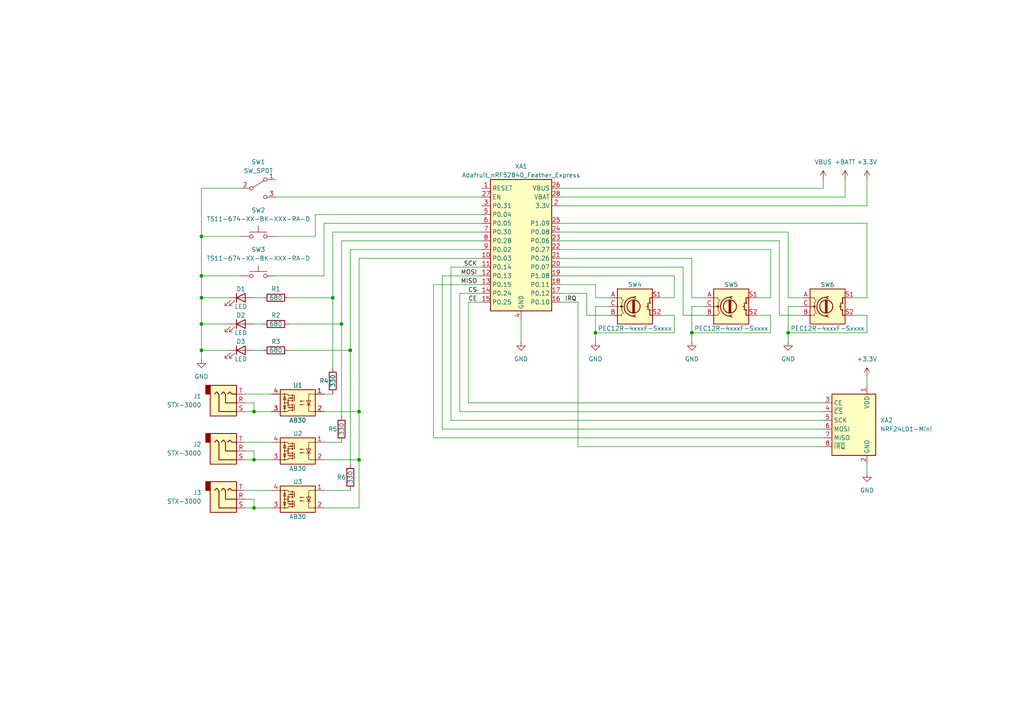
<source format=kicad_sch>
(kicad_sch (version 20230121) (generator eeschema)
  (paper "A4")
  (title_block (title "Twitch Switch Base") (date "2023-09-12") (rev "1.1") (company "Centre de réadaption\\nStan Cassidy\\nCentre for Rehabilitation\\n \\n \\n"))
  (lib_symbols
    (symbol "Connector:AudioJack3"
      (property "Reference" "J" (at 0 8.89 0))
      (property "Value" "AudioJack3" (at 0 6.35 0))
      (symbol "AudioJack3_0_1"
        (rectangle (start -5.08 -5.08) (end -6.35 -2.54) (stroke (width 0.254)) (fill (type outline)))
        (polyline (pts (xy 0 -2.54) (xy 0.635 -3.175) (xy 1.27 -2.54) (xy 2.54 -2.54)) (stroke (width 0.254)))
        (polyline (pts (xy -1.905 -2.54) (xy -1.27 -3.175) (xy -0.635 -2.54) (xy -0.635 0) (xy 2.54 0)) (stroke (width 0.254)))
        (polyline (pts (xy 2.54 2.54) (xy -2.54 2.54) (xy -2.54 -2.54) (xy -3.175 -3.175) (xy -3.81 -2.54)) (stroke (width 0.254)))
        (rectangle (start 2.54 3.81) (end -5.08 -5.08) (stroke (width 0.254)) (fill (type background)))
      )
      (symbol "AudioJack3_1_1"
        (pin passive line (at 5.08 0 180) (length 2.54) (name "~") (number "R"))
        (pin passive line (at 5.08 2.54 180) (length 2.54) (name "~") (number "S"))
        (pin passive line (at 5.08 -2.54 180) (length 2.54) (name "~") (number "T"))
      )
    )
    (symbol "Custom_Symbols:AB30"
      (property "Reference" "U" (at 0 0 0))
      (property "Value" "AB30" (at 0 0 0))
      (symbol "AB30_0_1"
        (rectangle (start -5.08 3.81) (end 5.08 -3.81) (stroke (width 0.254)) (fill (type background)))
        (polyline (pts (xy -3.81 -0.635) (xy -2.54 -0.635)))
        (polyline (pts (xy 1.016 -0.635) (xy 1.016 -2.159)) (stroke (width 0.2032)))
        (polyline (pts (xy 1.016 2.159) (xy 1.016 0.635)) (stroke (width 0.2032)))
        (polyline (pts (xy 1.524 -0.508) (xy 1.524 -0.762)) (stroke (width 0.3556)))
        (polyline (pts (xy 2.794 0) (xy 3.81 0)))
        (polyline (pts (xy 3.429 -1.651) (xy 4.191 -1.651)))
        (polyline (pts (xy 3.429 1.651) (xy 4.191 1.651)))
        (polyline (pts (xy 3.81 -2.54) (xy 3.81 2.54)))
        (polyline (pts (xy 1.524 -2.032) (xy 1.524 -2.286) (xy 1.524 -2.286)) (stroke (width 0.3556)))
        (polyline (pts (xy 1.524 -1.27) (xy 1.524 -1.524) (xy 1.524 -1.524)) (stroke (width 0.3556)))
        (polyline (pts (xy 1.524 0.762) (xy 1.524 0.508) (xy 1.524 0.508)) (stroke (width 0.3556)))
        (polyline (pts (xy 1.524 1.524) (xy 1.524 1.27) (xy 1.524 1.27)) (stroke (width 0.3556)))
        (polyline (pts (xy 1.524 2.286) (xy 1.524 2.032) (xy 1.524 2.032)) (stroke (width 0.3556)))
        (polyline (pts (xy 1.651 -1.397) (xy 2.794 -1.397) (xy 2.794 -0.635)))
        (polyline (pts (xy 1.651 1.397) (xy 2.794 1.397) (xy 2.794 0.635)))
        (polyline (pts (xy -5.08 2.54) (xy -3.175 2.54) (xy -3.175 -2.54) (xy -5.08 -2.54)))
        (polyline (pts (xy -3.175 -0.635) (xy -3.81 0.635) (xy -2.54 0.635) (xy -3.175 -0.635)))
        (polyline (pts (xy 1.651 -2.159) (xy 2.794 -2.159) (xy 2.794 -2.54) (xy 5.08 -2.54)))
        (polyline (pts (xy 1.651 -0.635) (xy 2.794 -0.635) (xy 2.794 0.635) (xy 1.651 0.635)))
        (polyline (pts (xy 1.651 2.159) (xy 2.794 2.159) (xy 2.794 2.54) (xy 5.08 2.54)))
        (polyline (pts (xy 1.778 -1.397) (xy 2.286 -1.27) (xy 2.286 -1.524) (xy 1.778 -1.397)))
        (polyline (pts (xy 1.778 1.397) (xy 2.286 1.524) (xy 2.286 1.27) (xy 1.778 1.397)))
        (polyline (pts (xy 3.81 -1.651) (xy 3.429 -0.889) (xy 4.191 -0.889) (xy 3.81 -1.651)))
        (polyline (pts (xy 3.81 1.651) (xy 3.429 0.889) (xy 4.191 0.889) (xy 3.81 1.651)))
        (polyline (pts (xy -1.905 -0.508) (xy -0.635 -0.508) (xy -1.016 -0.635) (xy -1.016 -0.381) (xy -0.635 -0.508)))
        (polyline (pts (xy -1.905 0.508) (xy -0.635 0.508) (xy -1.016 0.381) (xy -1.016 0.635) (xy -0.635 0.508)))
        (circle (center 2.794 -0.635) (radius 0.127))
        (circle (center 2.794 0) (radius 0.127))
        (circle (center 2.794 0.635) (radius 0.127))
        (circle (center 3.81 -2.54) (radius 0.127))
        (circle (center 3.81 0) (radius 0.127))
        (circle (center 3.81 2.54) (radius 0.127))
      )
      (symbol "AB30_1_1"
        (pin passive line (at -7.62 2.54 0) (length 2.54) (name "~") (number "1"))
        (pin passive line (at -7.62 -2.54 0) (length 2.54) (name "~") (number "2"))
        (pin passive line (at 7.62 -2.54 180) (length 2.54) (name "~") (number "3"))
        (pin passive line (at 7.62 2.54 180) (length 2.54) (name "~") (number "4"))
      )
    )
    (symbol "Custom_Symbols:Adafruit_nRF52840_Feather_Express"
      (property "Reference" "XA" (at 0 1.27 0))
      (property "Value" "Adafruit_nRF52840_Feather_Express" (at 0 -1.27 0))
      (symbol "Adafruit_nRF52840_Feather_Express_0_0"
        (rectangle (start -8.89 21.59) (end 8.89 -16.51) (stroke (width 0.254)) (fill (type background)))
      )
      (symbol "Adafruit_nRF52840_Feather_Express_1_1"
        (pin input line (at -11.43 19.05 0) (length 2.54) (name "RESET") (number "1"))
        (pin bidirectional line (at -11.43 -1.27 0) (length 2.54) (name "P0.03") (number "10"))
        (pin bidirectional line (at -11.43 -3.81 0) (length 2.54) (name "P0.14") (number "11"))
        (pin bidirectional line (at -11.43 -6.35 0) (length 2.54) (name "P0.13") (number "12"))
        (pin bidirectional line (at -11.43 -8.89 0) (length 2.54) (name "P0.15") (number "13"))
        (pin bidirectional line (at -11.43 -11.43 0) (length 2.54) (name "P0.24") (number "14"))
        (pin bidirectional line (at -11.43 -13.97 0) (length 2.54) (name "P0.25") (number "15"))
        (pin bidirectional line (at 11.43 -13.97 180) (length 2.54) (name "P0.10") (number "16"))
        (pin bidirectional line (at 11.43 -11.43 180) (length 2.54) (name "P0.12") (number "17"))
        (pin bidirectional line (at 11.43 -8.89 180) (length 2.54) (name "P0.11") (number "18"))
        (pin bidirectional line (at 11.43 -6.35 180) (length 2.54) (name "P1.08") (number "19"))
        (pin power_out line (at 11.43 13.97 180) (length 2.54) (name "3.3V") (number "2"))
        (pin bidirectional line (at 11.43 -3.81 180) (length 2.54) (name "P0.07") (number "20"))
        (pin bidirectional line (at 11.43 -1.27 180) (length 2.54) (name "P0.26") (number "21"))
        (pin bidirectional line (at 11.43 1.27 180) (length 2.54) (name "P0.27") (number "22"))
        (pin bidirectional line (at 11.43 3.81 180) (length 2.54) (name "P0.06") (number "23"))
        (pin bidirectional line (at 11.43 6.35 180) (length 2.54) (name "P0.08") (number "24"))
        (pin bidirectional line (at 11.43 8.89 180) (length 2.54) (name "P1.09") (number "25"))
        (pin power_out line (at 11.43 19.05 180) (length 2.54) (name "VBUS") (number "26"))
        (pin input line (at -11.43 16.51 0) (length 2.54) (name "EN") (number "27"))
        (pin power_out line (at 11.43 16.51 180) (length 2.54) (name "VBAT") (number "28"))
        (pin bidirectional line (at -11.43 13.97 0) (length 2.54) (name "P0.31") (number "3"))
        (pin power_out line (at 0 -19.05 90) (length 2.54) (name "GND") (number "4"))
        (pin bidirectional line (at -11.43 11.43 0) (length 2.54) (name "P0.04") (number "5"))
        (pin bidirectional line (at -11.43 8.89 0) (length 2.54) (name "P0.05") (number "6"))
        (pin bidirectional line (at -11.43 6.35 0) (length 2.54) (name "P0.30") (number "7"))
        (pin bidirectional line (at -11.43 3.81 0) (length 2.54) (name "P0.28") (number "8"))
        (pin bidirectional line (at -11.43 1.27 0) (length 2.54) (name "P0.02") (number "9"))
        (pin passive line (at 0 -19.05 90) (length 2.54) hide (name "MNT1") (number "MNT1"))
        (pin passive line (at 0 -19.05 90) (length 2.54) hide (name "MNT2") (number "MNT2"))
      )
    )
    (symbol "Custom_Symbols:NRF24L01-Mini"
      (property "Reference" "XA" (at -8.89 12.7 0))
      (property "Value" "NRF24L01-Mini" (at -10.16 10.16 0))
      (symbol "NRF24L01-Mini_0_1"
        (rectangle (start -10.16 8.89) (end 2.54 -8.89) (stroke (width 0.254)) (fill (type background)))
      )
      (symbol "NRF24L01-Mini_1_1"
        (pin power_in line (at 0 11.43 270) (length 2.54) (name "VDD") (number "1"))
        (pin power_in line (at 0 -11.43 90) (length 2.54) (name "GND") (number "2"))
        (pin input line (at -12.7 6.35 0) (length 2.54) (name "CE") (number "3"))
        (pin input line (at -12.7 3.81 0) (length 2.54) (name "~{CS}") (number "4"))
        (pin input line (at -12.7 1.27 0) (length 2.54) (name "SCK") (number "5"))
        (pin input line (at -12.7 -1.27 0) (length 2.54) (name "MOSI") (number "6"))
        (pin output line (at -12.7 -3.81 0) (length 2.54) (name "MISO") (number "7"))
        (pin output line (at -12.7 -6.35 0) (length 2.54) (name "~{IRQ}") (number "8"))
        (pin passive line (at 0 -11.43 90) (length 2.54) hide (name "GND") (number "9"))
      )
    )
    (symbol "Device:LED" (pin_numbers hide) (pin_names (offset 1.016) hide)
      (property "Reference" "D" (at 0 2.54 0))
      (property "Value" "LED" (at 0 -2.54 0))
      (symbol "LED_0_1"
        (polyline (pts (xy -1.27 -1.27) (xy -1.27 1.27)) (stroke (width 0.254)))
        (polyline (pts (xy -1.27 0) (xy 1.27 0)))
        (polyline (pts (xy 1.27 -1.27) (xy 1.27 1.27) (xy -1.27 0) (xy 1.27 -1.27)) (stroke (width 0.254)))
        (polyline (pts (xy -3.048 -0.762) (xy -4.572 -2.286) (xy -3.81 -2.286) (xy -4.572 -2.286) (xy -4.572 -1.524)))
        (polyline (pts (xy -1.778 -0.762) (xy -3.302 -2.286) (xy -2.54 -2.286) (xy -3.302 -2.286) (xy -3.302 -1.524)))
      )
      (symbol "LED_1_1"
        (pin passive line (at -3.81 0 0) (length 2.54) (name "K") (number "1"))
        (pin passive line (at 3.81 0 180) (length 2.54) (name "A") (number "2"))
      )
    )
    (symbol "Device:R" (pin_numbers hide) (pin_names (offset 0))
      (property "Reference" "R" (at 2.032 0 90))
      (property "Value" "R" (at 0 0 90))
      (symbol "R_0_1"
        (rectangle (start -1.016 -2.54) (end 1.016 2.54) (stroke (width 0.254)))
      )
      (symbol "R_1_1"
        (pin passive line (at 0 3.81 270) (length 1.27) (name "~") (number "1"))
        (pin passive line (at 0 -3.81 90) (length 1.27) (name "~") (number "2"))
      )
    )
    (symbol "RotaryEncoder_Switch_1" (pin_names (offset 0.254) hide)
      (property "Reference" "SW4" (at 0 6.35 0))
      (property "Value" "RotaryEncoder_Switch_1" (at 0 -6.35 0))
      (symbol "RotaryEncoder_Switch_1_0_1"
        (rectangle (start -5.08 5.08) (end 5.08 -5.08) (stroke (width 0.254)) (fill (type background)))
        (circle (center -3.81 0) (radius 0.254) (fill (type outline)))
        (circle (center -0.381 0) (radius 1.905) (stroke (width 0.254)))
        (arc (start -0.381 2.667) (mid -3.0988 -0.0635) (end -0.381 -2.794) (stroke (width 0.254)))
        (polyline (pts (xy -0.635 -1.778) (xy -0.635 1.778)) (stroke (width 0.254)))
        (polyline (pts (xy -0.381 -1.778) (xy -0.381 1.778)) (stroke (width 0.254)))
        (polyline (pts (xy -0.127 1.778) (xy -0.127 -1.778)) (stroke (width 0.254)))
        (polyline (pts (xy 3.81 0) (xy 3.429 0)) (stroke (width 0.254)))
        (polyline (pts (xy 3.81 1.016) (xy 3.81 -1.016)) (stroke (width 0.254)))
        (polyline (pts (xy -5.08 -2.54) (xy -3.81 -2.54) (xy -3.81 -2.032)))
        (polyline (pts (xy -5.08 2.54) (xy -3.81 2.54) (xy -3.81 2.032)))
        (polyline (pts (xy 0.254 -3.048) (xy -0.508 -2.794) (xy 0.127 -2.413)) (stroke (width 0.254)))
        (polyline (pts (xy 0.254 2.921) (xy -0.508 2.667) (xy 0.127 2.286)) (stroke (width 0.254)))
        (polyline (pts (xy 5.08 -2.54) (xy 4.318 -2.54) (xy 4.318 -1.016)) (stroke (width 0.254)))
        (polyline (pts (xy 5.08 2.54) (xy 4.318 2.54) (xy 4.318 1.016)) (stroke (width 0.254)))
        (polyline (pts (xy -5.08 0) (xy -3.81 0) (xy -3.81 -1.016) (xy -3.302 -2.032)))
        (polyline (pts (xy -4.318 0) (xy -3.81 0) (xy -3.81 1.016) (xy -3.302 2.032)))
        (circle (center 4.318 -1.016) (radius 0.127) (stroke (width 0.254)))
        (circle (center 4.318 1.016) (radius 0.127) (stroke (width 0.254)))
      )
      (symbol "RotaryEncoder_Switch_1_1_1"
        (pin passive line (at -7.62 2.54 0) (length 2.54) (name "A") (number "A"))
        (pin passive line (at -7.62 -2.54 0) (length 2.54) (name "B") (number "B"))
        (pin passive line (at -7.62 0 0) (length 2.54) (name "C") (number "C"))
        (pin passive line (at -7.62 0 0) (length 2.54) hide (name "MP") (number "MP"))
        (pin passive line (at 7.62 2.54 180) (length 2.54) (name "S1") (number "S1"))
        (pin passive line (at 7.62 -2.54 180) (length 2.54) (name "S2") (number "S2"))
      )
    )
    (symbol "Switch:SW_Push" (pin_numbers hide) (pin_names (offset 1.016) hide)
      (property "Reference" "SW" (at 1.27 2.54 0))
      (property "Value" "SW_Push" (at 0 -1.524 0))
      (symbol "SW_Push_0_1"
        (circle (center -2.032 0) (radius 0.508))
        (polyline (pts (xy 0 1.27) (xy 0 3.048)))
        (polyline (pts (xy 2.54 1.27) (xy -2.54 1.27)))
        (circle (center 2.032 0) (radius 0.508))
        (pin passive line (at -5.08 0 0) (length 2.54) (name "1") (number "1"))
        (pin passive line (at 5.08 0 180) (length 2.54) (name "2") (number "2"))
      )
    )
    (symbol "Switch:SW_SPDT" (pin_names (offset 0) hide)
      (property "Reference" "SW" (at 0 4.318 0))
      (property "Value" "SW_SPDT" (at 0 -5.08 0))
      (symbol "SW_SPDT_0_0"
        (circle (center -2.032 0) (radius 0.508))
        (circle (center 2.032 -2.54) (radius 0.508))
      )
      (symbol "SW_SPDT_0_1"
        (polyline (pts (xy -1.524 0.254) (xy 1.651 2.286)))
        (circle (center 2.032 2.54) (radius 0.508))
      )
      (symbol "SW_SPDT_1_1"
        (pin passive line (at 5.08 2.54 180) (length 2.54) (name "A") (number "1"))
        (pin passive line (at -5.08 0 0) (length 2.54) (name "B") (number "2"))
        (pin passive line (at 5.08 -2.54 180) (length 2.54) (name "C") (number "3"))
      )
    )
    (symbol "power:+3.3V" (power) (pin_names (offset 0))
      (property "Value" "+3.3V" (at 0 3.556 0))
      (symbol "+3.3V_0_1"
        (polyline (pts (xy -0.762 1.27) (xy 0 2.54)))
        (polyline (pts (xy 0 0) (xy 0 2.54)))
        (polyline (pts (xy 0 2.54) (xy 0.762 1.27)))
      )
      (symbol "+3.3V_1_1"
        (pin power_in line (at 0 0 90) (length 0) hide (name "+3.3V") (number "1"))
      )
    )
    (symbol "power:+BATT" (power) (pin_names (offset 0))
      (property "Value" "+BATT" (at 0 3.556 0))
      (symbol "+BATT_0_1"
        (polyline (pts (xy -0.762 1.27) (xy 0 2.54)))
        (polyline (pts (xy 0 0) (xy 0 2.54)))
        (polyline (pts (xy 0 2.54) (xy 0.762 1.27)))
      )
      (symbol "+BATT_1_1"
        (pin power_in line (at 0 0 90) (length 0) hide (name "+BATT") (number "1"))
      )
    )
    (symbol "power:GND" (power) (pin_names (offset 0))
      (property "Value" "GND" (at 0 -3.81 0))
      (symbol "GND_0_1"
        (polyline (pts (xy 0 0) (xy 0 -1.27) (xy 1.27 -1.27) (xy 0 -2.54) (xy -1.27 -1.27) (xy 0 -1.27)))
      )
      (symbol "GND_1_1"
        (pin power_in line (at 0 0 270) (length 0) hide (name "GND") (number "1"))
      )
    )
    (symbol "power:VBUS" (power) (pin_names (offset 0))
      (property "Value" "VBUS" (at 0 3.81 0))
      (symbol "VBUS_0_1"
        (polyline (pts (xy -0.762 1.27) (xy 0 2.54)))
        (polyline (pts (xy 0 0) (xy 0 2.54)))
        (polyline (pts (xy 0 2.54) (xy 0.762 1.27)))
      )
      (symbol "VBUS_1_1"
        (pin power_in line (at 0 0 90) (length 0) hide (name "VBUS") (number "1"))
      )
    )
  )
  (junction (at 58.42 101.6))
  (junction (at 104.14 133.35))
  (junction (at 228.6 96.52))
  (junction (at 58.42 80.01))
  (junction (at 58.42 86.36))
  (junction (at 104.14 119.38))
  (junction (at 73.66 133.35))
  (junction (at 99.06 93.98))
  (junction (at 96.52 86.36))
  (junction (at 200.66 96.52))
  (junction (at 101.6 101.6))
  (junction (at 58.42 68.58))
  (junction (at 73.66 119.38))
  (junction (at 73.66 147.32))
  (junction (at 58.42 93.98))
  (junction (at 172.72 96.52))
  (wire (pts (xy 71.12 116.84) (xy 73.66 116.84)))
  (wire (pts (xy 200.66 96.52) (xy 223.52 96.52)))
  (wire (pts (xy 80.01 80.01) (xy 93.98 80.01)))
  (wire (pts (xy 101.6 101.6) (xy 101.6 134.62)))
  (wire (pts (xy 135.89 116.84) (xy 238.76 116.84)))
  (wire (pts (xy 71.12 133.35) (xy 73.66 133.35)))
  (wire (pts (xy 200.66 88.9) (xy 200.66 96.52)))
  (wire (pts (xy 69.85 68.58) (xy 58.42 68.58)))
  (wire (pts (xy 71.12 114.3) (xy 78.74 114.3)))
  (wire (pts (xy 73.66 93.98) (xy 76.2 93.98)))
  (wire (pts (xy 58.42 80.01) (xy 58.42 86.36)))
  (wire (pts (xy 73.66 144.78) (xy 71.12 144.78)))
  (wire (pts (xy 58.42 101.6) (xy 58.42 104.14)))
  (wire (pts (xy 96.52 67.31) (xy 96.52 86.36)))
  (wire (pts (xy 226.06 91.44) (xy 226.06 69.85)))
  (wire (pts (xy 93.98 133.35) (xy 104.14 133.35)))
  (wire (pts (xy 167.64 87.63) (xy 162.56 87.63)))
  (wire (pts (xy 78.74 147.32) (xy 73.66 147.32)))
  (wire (pts (xy 162.56 72.39) (xy 223.52 72.39)))
  (wire (pts (xy 228.6 67.31) (xy 228.6 86.36)))
  (wire (pts (xy 223.52 96.52) (xy 223.52 91.44)))
  (wire (pts (xy 167.64 129.54) (xy 167.64 87.63)))
  (wire (pts (xy 200.66 96.52) (xy 200.66 99.06)))
  (wire (pts (xy 58.42 101.6) (xy 66.04 101.6)))
  (wire (pts (xy 223.52 72.39) (xy 223.52 86.36)))
  (wire (pts (xy 128.27 124.46) (xy 128.27 80.01)))
  (wire (pts (xy 251.46 134.62) (xy 251.46 137.16)))
  (wire (pts (xy 139.7 69.85) (xy 99.06 69.85)))
  (wire (pts (xy 251.46 91.44) (xy 247.65 91.44)))
  (wire (pts (xy 73.66 101.6) (xy 76.2 101.6)))
  (wire (pts (xy 71.12 142.24) (xy 78.74 142.24)))
  (wire (pts (xy 71.12 119.38) (xy 73.66 119.38)))
  (wire (pts (xy 228.6 88.9) (xy 228.6 96.52)))
  (wire (pts (xy 93.98 128.27) (xy 99.06 128.27)))
  (wire (pts (xy 172.72 82.55) (xy 172.72 86.36)))
  (wire (pts (xy 198.12 91.44) (xy 204.47 91.44)))
  (wire (pts (xy 200.66 86.36) (xy 200.66 74.93)))
  (wire (pts (xy 58.42 54.61) (xy 69.85 54.61)))
  (wire (pts (xy 71.12 147.32) (xy 73.66 147.32)))
  (wire (pts (xy 135.89 87.63) (xy 135.89 116.84)))
  (wire (pts (xy 125.73 82.55) (xy 139.7 82.55)))
  (wire (pts (xy 99.06 93.98) (xy 83.82 93.98)))
  (wire (pts (xy 223.52 91.44) (xy 219.71 91.44)))
  (wire (pts (xy 172.72 96.52) (xy 172.72 99.06)))
  (wire (pts (xy 238.76 52.07) (xy 238.76 54.61)))
  (wire (pts (xy 139.7 64.77) (xy 93.98 64.77)))
  (wire (pts (xy 58.42 93.98) (xy 58.42 86.36)))
  (wire (pts (xy 251.46 109.22) (xy 251.46 111.76)))
  (wire (pts (xy 139.7 87.63) (xy 135.89 87.63)))
  (wire (pts (xy 232.41 91.44) (xy 226.06 91.44)))
  (wire (pts (xy 133.35 85.09) (xy 139.7 85.09)))
  (wire (pts (xy 176.53 88.9) (xy 172.72 88.9)))
  (wire (pts (xy 99.06 93.98) (xy 99.06 120.65)))
  (wire (pts (xy 170.18 91.44) (xy 170.18 85.09)))
  (wire (pts (xy 172.72 96.52) (xy 195.58 96.52)))
  (wire (pts (xy 99.06 69.85) (xy 99.06 93.98)))
  (wire (pts (xy 93.98 142.24) (xy 101.6 142.24)))
  (wire (pts (xy 73.66 86.36) (xy 76.2 86.36)))
  (wire (pts (xy 58.42 101.6) (xy 58.42 93.98)))
  (wire (pts (xy 232.41 88.9) (xy 228.6 88.9)))
  (wire (pts (xy 125.73 127) (xy 125.73 82.55)))
  (wire (pts (xy 80.01 57.15) (xy 139.7 57.15)))
  (wire (pts (xy 83.82 86.36) (xy 96.52 86.36)))
  (wire (pts (xy 195.58 96.52) (xy 195.58 91.44)))
  (wire (pts (xy 133.35 119.38) (xy 133.35 85.09)))
  (wire (pts (xy 176.53 91.44) (xy 170.18 91.44)))
  (wire (pts (xy 162.56 64.77) (xy 251.46 64.77)))
  (wire (pts (xy 139.7 74.93) (xy 104.14 74.93)))
  (wire (pts (xy 139.7 62.23) (xy 91.44 62.23)))
  (wire (pts (xy 73.66 119.38) (xy 78.74 119.38)))
  (wire (pts (xy 162.56 59.69) (xy 251.46 59.69)))
  (wire (pts (xy 80.01 68.58) (xy 91.44 68.58)))
  (wire (pts (xy 73.66 147.32) (xy 73.66 144.78)))
  (wire (pts (xy 104.14 119.38) (xy 104.14 133.35)))
  (wire (pts (xy 162.56 77.47) (xy 198.12 77.47)))
  (wire (pts (xy 130.81 77.47) (xy 139.7 77.47)))
  (wire (pts (xy 71.12 130.81) (xy 73.66 130.81)))
  (wire (pts (xy 251.46 86.36) (xy 251.46 64.77)))
  (wire (pts (xy 223.52 86.36) (xy 219.71 86.36)))
  (wire (pts (xy 228.6 96.52) (xy 251.46 96.52)))
  (wire (pts (xy 162.56 57.15) (xy 245.11 57.15)))
  (wire (pts (xy 162.56 74.93) (xy 200.66 74.93)))
  (wire (pts (xy 191.77 86.36) (xy 195.58 86.36)))
  (wire (pts (xy 93.98 114.3) (xy 96.52 114.3)))
  (wire (pts (xy 195.58 91.44) (xy 191.77 91.44)))
  (wire (pts (xy 251.46 96.52) (xy 251.46 91.44)))
  (wire (pts (xy 93.98 64.77) (xy 93.98 80.01)))
  (wire (pts (xy 151.13 92.71) (xy 151.13 99.06)))
  (wire (pts (xy 247.65 86.36) (xy 251.46 86.36)))
  (wire (pts (xy 251.46 52.07) (xy 251.46 59.69)))
  (wire (pts (xy 58.42 54.61) (xy 58.42 68.58)))
  (wire (pts (xy 73.66 130.81) (xy 73.66 133.35)))
  (wire (pts (xy 73.66 116.84) (xy 73.66 119.38)))
  (wire (pts (xy 93.98 147.32) (xy 104.14 147.32)))
  (wire (pts (xy 83.82 101.6) (xy 101.6 101.6)))
  (wire (pts (xy 245.11 52.07) (xy 245.11 57.15)))
  (wire (pts (xy 198.12 77.47) (xy 198.12 91.44)))
  (wire (pts (xy 238.76 121.92) (xy 130.81 121.92)))
  (wire (pts (xy 58.42 68.58) (xy 58.42 80.01)))
  (wire (pts (xy 93.98 119.38) (xy 104.14 119.38)))
  (wire (pts (xy 162.56 69.85) (xy 226.06 69.85)))
  (wire (pts (xy 101.6 72.39) (xy 101.6 101.6)))
  (wire (pts (xy 71.12 128.27) (xy 78.74 128.27)))
  (wire (pts (xy 238.76 129.54) (xy 167.64 129.54)))
  (wire (pts (xy 91.44 62.23) (xy 91.44 68.58)))
  (wire (pts (xy 172.72 88.9) (xy 172.72 96.52)))
  (wire (pts (xy 139.7 72.39) (xy 101.6 72.39)))
  (wire (pts (xy 162.56 54.61) (xy 238.76 54.61)))
  (wire (pts (xy 162.56 82.55) (xy 172.72 82.55)))
  (wire (pts (xy 238.76 119.38) (xy 133.35 119.38)))
  (wire (pts (xy 58.42 93.98) (xy 66.04 93.98)))
  (wire (pts (xy 104.14 74.93) (xy 104.14 119.38)))
  (wire (pts (xy 238.76 124.46) (xy 128.27 124.46)))
  (wire (pts (xy 228.6 96.52) (xy 228.6 99.06)))
  (wire (pts (xy 58.42 80.01) (xy 69.85 80.01)))
  (wire (pts (xy 58.42 86.36) (xy 66.04 86.36)))
  (wire (pts (xy 238.76 127) (xy 125.73 127)))
  (wire (pts (xy 195.58 86.36) (xy 195.58 80.01)))
  (wire (pts (xy 130.81 121.92) (xy 130.81 77.47)))
  (wire (pts (xy 204.47 88.9) (xy 200.66 88.9)))
  (wire (pts (xy 172.72 86.36) (xy 176.53 86.36)))
  (wire (pts (xy 104.14 133.35) (xy 104.14 147.32)))
  (wire (pts (xy 204.47 86.36) (xy 200.66 86.36)))
  (wire (pts (xy 128.27 80.01) (xy 139.7 80.01)))
  (wire (pts (xy 162.56 67.31) (xy 228.6 67.31)))
  (wire (pts (xy 96.52 86.36) (xy 96.52 106.68)))
  (wire (pts (xy 195.58 80.01) (xy 162.56 80.01)))
  (wire (pts (xy 73.66 133.35) (xy 78.74 133.35)))
  (wire (pts (xy 170.18 85.09) (xy 162.56 85.09)))
  (wire (pts (xy 228.6 86.36) (xy 232.41 86.36)))
  (wire (pts (xy 139.7 67.31) (xy 96.52 67.31)))
  (label "CE" (at 138.43 87.63 180))
  (label "CS" (at 138.43 85.09 180))
  (label "SCK" (at 138.43 77.47 180))
  (label "MISO" (at 138.43 82.55 180))
  (label "IRQ" (at 163.83 87.63 0))
  (label "MOSI" (at 138.43 80.01 180))
  (symbol (lib_id "power:GND") (at 228.6 99.06 0) (unit 1)
    (property "Reference" "#PWR0105" (effects hide))
    (property "Value" "GND" (at 228.6 104.14 0))
  )
  (symbol (lib_id "power:GND") (at 200.66 99.06 0) (unit 1)
    (property "Reference" "#PWR0110" (effects hide))
    (property "Value" "GND" (at 200.66 104.14 0))
  )
  (symbol (lib_id "Device:R") (at 80.01 101.6 270) (unit 1)
    (property "Reference" "R3" (at 80.01 99.06 90))
    (property "Value" "680" (at 80.01 101.6 90))
    (property "Footprint" "Resistor_THT:R_Axial_DIN0207_L6.3mm_D2.5mm_P7.62mm_Horizontal" (effects hide))
  )
  (symbol (lib_id "Device:R") (at 80.01 86.36 270) (unit 1)
    (property "Reference" "R1" (at 80.01 83.82 90))
    (property "Value" "680" (at 80.01 86.36 90))
    (property "Footprint" "Resistor_THT:R_Axial_DIN0207_L6.3mm_D2.5mm_P7.62mm_Horizontal" (effects hide))
  )
  (symbol (lib_id "Device:R") (at 80.01 93.98 270) (unit 1)
    (property "Reference" "R2" (at 80.01 91.44 90))
    (property "Value" "680" (at 80.01 93.98 90))
    (property "Footprint" "Resistor_THT:R_Axial_DIN0207_L6.3mm_D2.5mm_P7.62mm_Horizontal" (effects hide))
  )
  (symbol (lib_id "Device:LED") (at 69.85 101.6 0) (unit 1)
    (property "Reference" "D3" (at 69.85 99.06 0))
    (property "Value" "LED" (at 69.85 104.14 0))
    (property "Footprint" "LED_THT:LED_D5.0mm" (effects hide))
  )
  (symbol (lib_id "Connector:AudioJack3") (at 66.04 130.81 0) (mirror x) (unit 1)
    (property "Reference" "J2" (at 58.42 128.9049 0) (effects (justify right)))
    (property "Value" "STX-3000" (at 58.42 131.4449 0) (effects (justify right)))
    (property "Footprint" "footprints:STX-3000" (effects hide))
  )
  (symbol (lib_id "power:VBUS") (at 238.76 52.07 0) (unit 1)
    (property "Reference" "#PWR0106" (effects hide))
    (property "Value" "VBUS" (at 238.76 46.99 0))
  )
  (symbol (lib_id "Device:LED") (at 69.85 93.98 0) (unit 1)
    (property "Reference" "D2" (at 69.85 91.44 0))
    (property "Value" "LED" (at 69.85 96.52 0))
    (property "Footprint" "LED_THT:LED_D5.0mm" (effects hide))
  )
  (symbol (lib_id "Switch:SW_Push") (at 74.93 80.01 0) (unit 1)
    (property "Reference" "SW3" (at 74.93 72.39 0))
    (property "Value" "TS11-674-XX-BK-XXX-RA-D" (at 74.93 74.93 0))
    (property "Footprint" "footprints:TS11-674-XX-BK-XXX-RA-D" (effects hide))
  )
  (symbol (lib_id "power:GND") (at 251.46 137.16 0) (unit 1)
    (property "Reference" "#PWR0102" (effects hide))
    (property "Value" "GND" (at 251.46 142.24 0))
  )
  (symbol (lib_id "Custom_Symbols:AB30") (at 86.36 130.81 0) (mirror y) (unit 1)
    (property "Reference" "U2" (at 86.36 125.73 0))
    (property "Value" "AB30" (at 86.36 135.89 0))
    (property "Footprint" "Package_DIP:DIP-4_W7.62mm" (effects hide))
    (property "Datasheet" "https://media.digikey.com/pdf/Data%20Sheets/Bright%20Toward%20Industrial%20Co.%20Ltd.%20PDFs/30%20Series.pdf" (effects hide))
  )
  (symbol (lib_id "Connector:AudioJack3") (at 66.04 144.78 0) (mirror x) (unit 1)
    (property "Reference" "J3" (at 58.42 142.8749 0) (effects (justify right)))
    (property "Value" "STX-3000" (at 58.42 145.4149 0) (effects (justify right)))
    (property "Footprint" "footprints:STX-3000" (effects hide))
  )
  (symbol (lib_id "Custom_Symbols:NRF24L01-Mini") (at 251.46 123.19 0) (unit 1)
    (property "Reference" "XA2" (at 255.27 121.9199 0) (effects (justify left)))
    (property "Value" "NRF24L01-Mini" (at 255.27 124.4599 0) (effects (justify left)))
    (property "Footprint" "footprints:NRF24L01-Mini" (effects hide))
    (property "Datasheet" "https://www.hotmcu.com/mini-nrf24l01-24ghz-smd-wireless-transceiver-module-p-275.html" (effects hide))
  )
  (symbol (lib_id "power:+BATT") (at 245.11 52.07 0) (unit 1)
    (property "Reference" "#PWR0107" (effects hide))
    (property "Value" "+BATT" (at 245.11 46.99 0))
  )
  (symbol (lib_name "RotaryEncoder_Switch_1") (lib_id "Device:RotaryEncoder_Switch") (at 212.09 88.9 0) (unit 1)
    (property "Reference" "SW5" (at 212.09 82.55 0))
    (property "Value" "PEC12R-4xxxF-Sxxxx" (at 212.09 95.25 0))
    (property "Footprint" "footprints:PEC12R-4xxxF-Sxxxx" (effects hide))
    (property "Datasheet" "https://www.bourns.com/docs/Product-Datasheets/PEC12R.pdf" (effects hide))
  )
  (symbol (lib_id "power:+3.3V") (at 251.46 109.22 0) (unit 1)
    (property "Reference" "#PWR0103" (effects hide))
    (property "Value" "+3.3V" (at 251.46 104.14 0))
  )
  (symbol (lib_id "Custom_Symbols:AB30") (at 86.36 116.84 0) (mirror y) (unit 1)
    (property "Reference" "U1" (at 86.36 111.76 0))
    (property "Value" "AB30" (at 86.36 121.92 0))
    (property "Footprint" "Package_DIP:DIP-4_W7.62mm" (effects hide))
    (property "Datasheet" "https://media.digikey.com/pdf/Data%20Sheets/Bright%20Toward%20Industrial%20Co.%20Ltd.%20PDFs/30%20Series.pdf" (effects hide))
  )
  (symbol (lib_id "Connector:AudioJack3") (at 66.04 116.84 0) (mirror x) (unit 1)
    (property "Reference" "J1" (at 58.42 114.9349 0) (effects (justify right)))
    (property "Value" "STX-3000" (at 58.42 117.4749 0) (effects (justify right)))
    (property "Footprint" "footprints:STX-3000" (effects hide))
  )
  (symbol (lib_name "RotaryEncoder_Switch_1") (lib_id "Device:RotaryEncoder_Switch") (at 184.15 88.9 0) (unit 1)
    (property "Reference" "SW4" (at 184.15 82.55 0))
    (property "Value" "PEC12R-4xxxF-Sxxxx" (at 184.15 95.25 0))
    (property "Footprint" "footprints:PEC12R-4xxxF-Sxxxx" (effects hide))
    (property "Datasheet" "https://www.bourns.com/docs/Product-Datasheets/PEC12R.pdf" (effects hide))
  )
  (symbol (lib_id "Device:R") (at 99.06 124.46 0) (unit 1)
    (property "Reference" "R5" (at 96.52 124.46 0))
    (property "Value" "330" (at 99.06 124.46 90))
    (property "Footprint" "Resistor_THT:R_Axial_DIN0207_L6.3mm_D2.5mm_P7.62mm_Horizontal" (effects hide))
  )
  (symbol (lib_id "Switch:SW_SPDT") (at 74.93 54.61 0) (unit 1)
    (property "Reference" "SW1" (at 74.93 46.99 0))
    (property "Value" "SW_SPDT" (at 74.93 49.53 0))
    (property "Footprint" "footprints:CSS-1210TB" (effects hide))
    (property "Datasheet" "https://www.nidec-copal-electronics.com/e/catalog/switch/css.pdf" (effects hide))
  )
  (symbol (lib_id "Custom_Symbols:AB30") (at 86.36 144.78 0) (mirror y) (unit 1)
    (property "Reference" "U3" (at 86.36 139.7 0))
    (property "Value" "AB30" (at 86.36 149.86 0))
    (property "Footprint" "Package_DIP:DIP-4_W7.62mm" (effects hide))
    (property "Datasheet" "https://media.digikey.com/pdf/Data%20Sheets/Bright%20Toward%20Industrial%20Co.%20Ltd.%20PDFs/30%20Series.pdf" (effects hide))
  )
  (symbol (lib_id "Device:LED") (at 69.85 86.36 0) (unit 1)
    (property "Reference" "D1" (at 69.85 83.82 0))
    (property "Value" "LED" (at 69.85 88.9 0))
    (property "Footprint" "LED_THT:LED_D5.0mm" (effects hide))
  )
  (symbol (lib_id "power:GND") (at 151.13 99.06 0) (unit 1)
    (property "Reference" "#PWR0104" (effects hide))
    (property "Value" "GND" (at 151.13 104.14 0))
  )
  (symbol (lib_id "power:GND") (at 172.72 99.06 0) (unit 1)
    (property "Reference" "#PWR0109" (effects hide))
    (property "Value" "GND" (at 172.72 104.14 0))
  )
  (symbol (lib_name "RotaryEncoder_Switch_1") (lib_id "Device:RotaryEncoder_Switch") (at 240.03 88.9 0) (unit 1)
    (property "Reference" "SW6" (at 240.03 82.55 0))
    (property "Value" "PEC12R-4xxxF-Sxxxx" (at 240.03 95.25 0))
    (property "Footprint" "footprints:PEC12R-4xxxF-Sxxxx" (effects hide))
    (property "Datasheet" "https://www.bourns.com/docs/Product-Datasheets/PEC12R.pdf" (effects hide))
  )
  (symbol (lib_id "Custom_Symbols:Adafruit_nRF52840_Feather_Express") (at 151.13 73.66 0) (unit 1)
    (property "Reference" "XA1" (at 151.13 48.26 0))
    (property "Value" "Adafruit_nRF52840_Feather_Express" (at 151.13 50.8 0))
    (property "Footprint" "footprints:Adafruit Feather nRF52840 Express" (effects hide))
    (property "Datasheet" "https://www.adafruit.com/product/4062" (effects hide))
  )
  (symbol (lib_id "Device:R") (at 96.52 110.49 0) (unit 1)
    (property "Reference" "R4" (at 93.98 110.49 0))
    (property "Value" "330" (at 96.52 110.49 90))
    (property "Footprint" "Resistor_THT:R_Axial_DIN0207_L6.3mm_D2.5mm_P7.62mm_Horizontal" (effects hide))
  )
  (symbol (lib_id "Switch:SW_Push") (at 74.93 68.58 0) (unit 1)
    (property "Reference" "SW2" (at 74.93 60.96 0))
    (property "Value" "TS11-674-XX-BK-XXX-RA-D" (at 74.93 63.5 0))
    (property "Footprint" "footprints:TS11-674-XX-BK-XXX-RA-D" (effects hide))
  )
  (symbol (lib_id "power:+3.3V") (at 251.46 52.07 0) (unit 1)
    (property "Reference" "#PWR0108" (effects hide))
    (property "Value" "+3.3V" (at 251.46 46.99 0))
  )
  (symbol (lib_id "Device:R") (at 101.6 138.43 0) (unit 1)
    (property "Reference" "R6" (at 99.06 138.43 0))
    (property "Value" "330" (at 101.6 138.43 90))
    (property "Footprint" "Resistor_THT:R_Axial_DIN0207_L6.3mm_D2.5mm_P7.62mm_Horizontal" (effects hide))
  )
  (symbol (lib_id "power:GND") (at 58.42 104.14 0) (unit 1)
    (property "Reference" "#PWR0101" (effects hide))
    (property "Value" "GND" (at 58.42 109.22 0))
  )
)
</source>
